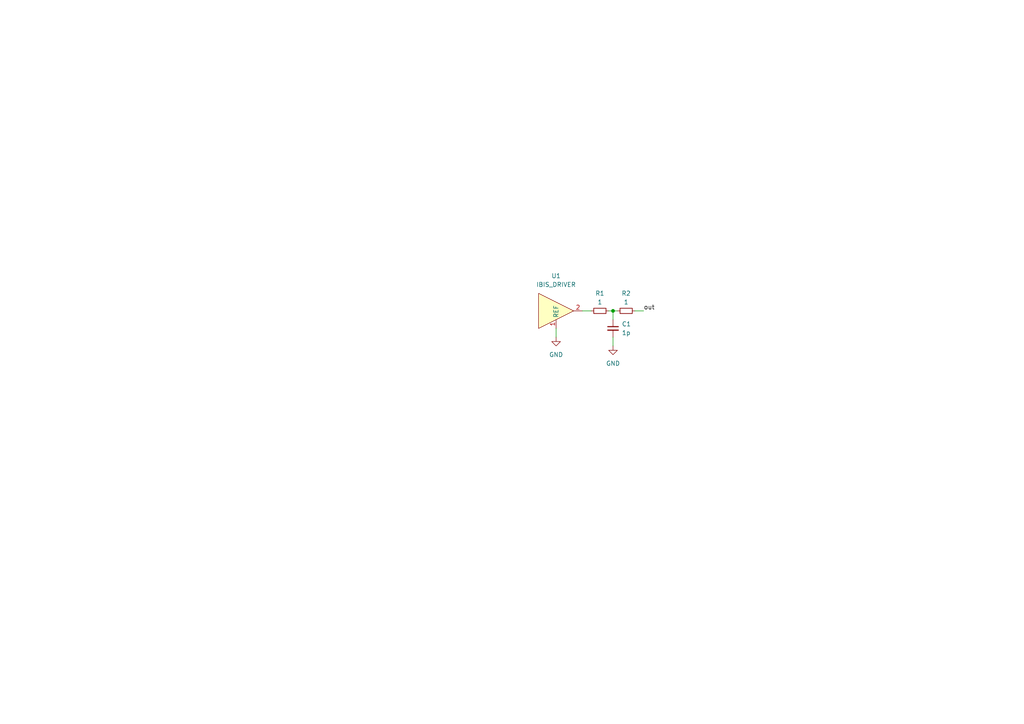
<source format=kicad_sch>
(kicad_sch (version 20231120) (generator "eeschema") (generator_version "7.99")
  (paper "A4")
  (lib_symbols
    (symbol "Device:C_Small" (pin_numbers hide) (pin_names (offset 0.254) hide)
      (property "Reference" "C" (at 0.254 1.778 0))
      (property "Value" "C_Small" (at 0.254 -2.032 0))
      (symbol "C_Small_0_1"
        (polyline (pts (xy -1.524 -0.508) (xy 1.524 -0.508)) (stroke (width 0.3302)))
        (polyline (pts (xy -1.524 0.508) (xy 1.524 0.508)) (stroke (width 0.3048)))
      )
      (symbol "C_Small_1_1"
        (pin passive line (at 0 2.54 270) (length 2.032) (name "~") (number "1"))
        (pin passive line (at 0 -2.54 90) (length 2.032) (name "~") (number "2"))
      )
    )
    (symbol "Device:R_Small" (pin_numbers hide) (pin_names (offset 0.254) hide)
      (property "Reference" "R" (at 0.762 0.508 0))
      (property "Value" "R_Small" (at 0.762 -1.016 0))
      (symbol "R_Small_0_1"
        (rectangle (start -0.762 1.778) (end 0.762 -1.778) (stroke (width 0.2032)))
      )
      (symbol "R_Small_1_1"
        (pin passive line (at 0 2.54 270) (length 0.762) (name "~") (number "1"))
        (pin passive line (at 0 -2.54 90) (length 0.762) (name "~") (number "2"))
      )
    )
    (symbol "Simulation_SPICE:IBIS_DRIVER"
      (property "Reference" "U?" (at 0 8.89 0))
      (property "Value" "IBIS_DRIVER" (at 0 6.35 0))
      (symbol "IBIS_DRIVER_0_1"
        (polyline (pts (xy 5.08 0) (xy -5.08 5.08) (xy -5.08 -5.08) (xy 5.08 0)) (fill (type background)))
      )
      (symbol "IBIS_DRIVER_1_1"
        (pin power_in line (at 0 -5.08 90) (length 2.54) (name "REF") (number "1"))
        (pin bidirectional line (at 7.62 0 180) (length 2.54) (name "") (number "2"))
      )
    )
    (symbol "power:GND" (power) (pin_names (offset 0))
      (property "Value" "GND" (at 0 -3.81 0))
      (symbol "GND_0_1"
        (polyline (pts (xy 0 0) (xy 0 -1.27) (xy 1.27 -1.27) (xy 0 -2.54) (xy -1.27 -1.27) (xy 0 -1.27)))
      )
      (symbol "GND_1_1"
        (pin power_in line (at 0 0 270) (length 0) hide (name "GND") (number "1"))
      )
    )
  )
  (junction (at 177.8 90.17))
  (wire (pts (xy 168.91 90.17) (xy 171.45 90.17)))
  (wire (pts (xy 176.53 90.17) (xy 177.8 90.17)))
  (wire (pts (xy 177.8 90.17) (xy 179.07 90.17)))
  (wire (pts (xy 161.29 95.25) (xy 161.29 97.79)))
  (wire (pts (xy 177.8 90.17) (xy 177.8 92.71)))
  (wire (pts (xy 184.15 90.17) (xy 186.69 90.17)))
  (wire (pts (xy 177.8 97.79) (xy 177.8 100.33)))
  (label "out" (at 186.69 90.17 0))
  (symbol (lib_id "power:GND") (at 161.29 97.79 0) (unit 1)
    (property "Reference" "#PWR02" (effects (hide yes)))
    (property "Value" "GND" (at 161.29 102.87 0))
    (property "Description" "Power symbol creates a global label with name \"GND\" , ground" (effects (hide yes)))
  )
  (symbol (lib_id "Device:C_Small") (at 177.8 95.25 0) (unit 1)
    (property "Reference" "C1" (at 180.34 93.9862 0) (effects (justify left)))
    (property "Value" "1p" (at 180.34 96.5262 0) (effects (justify left)))
    (property "Description" "Unpolarized capacitor, small symbol" (effects (hide yes)))
  )
  (symbol (lib_id "power:GND") (at 177.8 100.33 0) (unit 1)
    (property "Reference" "#PWR01" (effects (hide yes)))
    (property "Value" "GND" (at 177.8 105.41 0))
    (property "Description" "Power symbol creates a global label with name \"GND\" , ground" (effects (hide yes)))
  )
  (symbol (lib_id "Device:R_Small") (at 181.61 90.17 90) (unit 1)
    (property "Reference" "R2" (at 181.61 85.09 90))
    (property "Value" "1" (at 181.61 87.63 90))
    (property "Description" "Resistor, small symbol" (effects (hide yes)))
  )
  (symbol (lib_id "Simulation_SPICE:IBIS_DRIVER") (at 161.29 90.17 0) (unit 1)
    (property "Reference" "U1" (at 161.29 80.01 0))
    (property "Value" "IBIS_DRIVER" (at 161.29 82.55 0))
    (property "Datasheet" "https://ibis.org" (effects (hide yes)))
    (property "Description" "Driver model for IBIS files." (effects (hide yes)))
    (property "Sim.Device" "IBIS" (effects (hide yes)))
    (property "Sim.Type" "RECTDRIVER" (effects (hide yes)))
    (property "Sim.Pins" "1=GND 2=IN/OUT" (effects (hide yes)))
    (property "Sim.Library" "lvc1g14.ibs" (effects (hide yes)))
    (property "Sim.Name" "74LVC1G14_GM" (effects (hide yes)))
    (property "Sim.Ibis.Pin" "4" (effects (hide yes)))
    (property "Sim.Ibis.Model" "LVC_XGOUTI_33" (effects (hide yes)))
    (property "Sim.Params" "ton=1e-8 toff=1e-8 td=1e-9 n=2" (effects (hide yes)))
  )
  (symbol (lib_id "Device:R_Small") (at 173.99 90.17 90) (unit 1)
    (property "Reference" "R1" (at 173.99 85.09 90))
    (property "Value" "1" (at 173.99 87.63 90))
    (property "Description" "Resistor, small symbol" (effects (hide yes)))
  )
)
</source>
